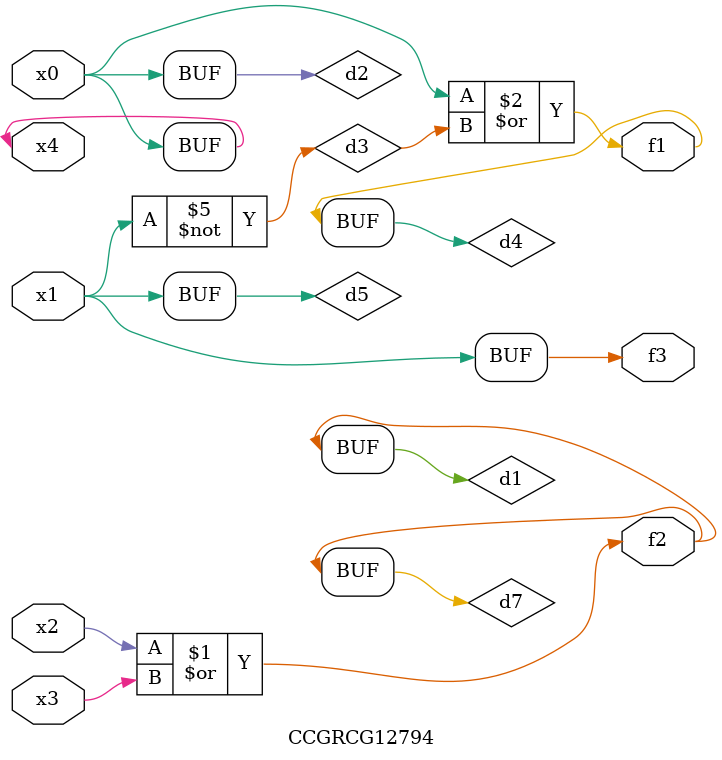
<source format=v>
module CCGRCG12794(
	input x0, x1, x2, x3, x4,
	output f1, f2, f3
);

	wire d1, d2, d3, d4, d5, d6, d7;

	or (d1, x2, x3);
	buf (d2, x0, x4);
	not (d3, x1);
	or (d4, d2, d3);
	not (d5, d3);
	nand (d6, d1, d3);
	or (d7, d1);
	assign f1 = d4;
	assign f2 = d7;
	assign f3 = d5;
endmodule

</source>
